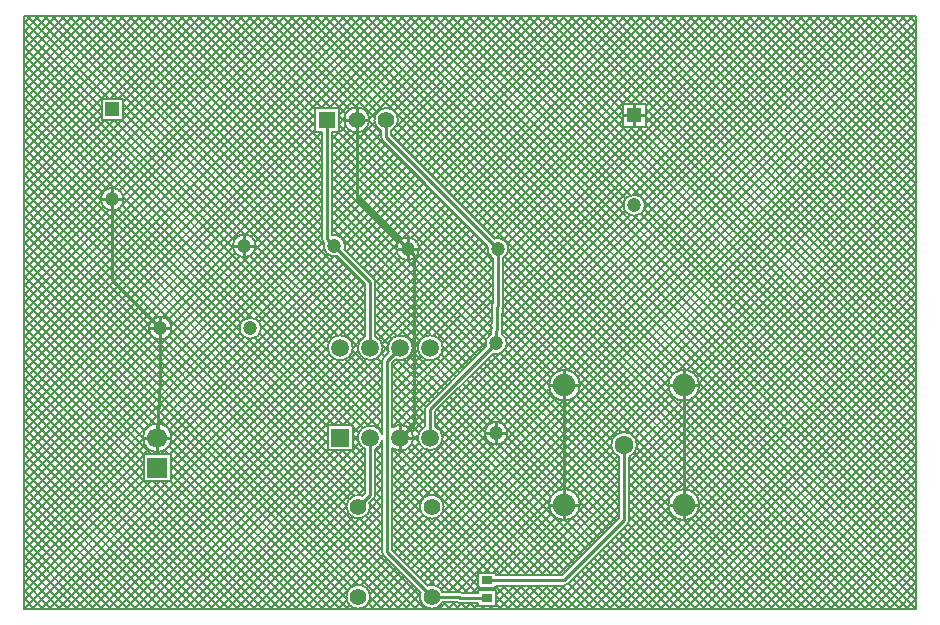
<source format=gtl>
G04*
G04 #@! TF.GenerationSoftware,Altium Limited,Altium Designer,20.1.14 (287)*
G04*
G04 Layer_Physical_Order=1*
G04 Layer_Color=255*
%FSLAX25Y25*%
%MOIN*%
G70*
G04*
G04 #@! TF.SameCoordinates,068E075E-6B28-4131-8978-D2EB394F3ECB*
G04*
G04*
G04 #@! TF.FilePolarity,Positive*
G04*
G01*
G75*
%ADD13C,0.01000*%
%ADD15R,0.03543X0.02756*%
%ADD27C,0.00800*%
%ADD28C,0.04724*%
%ADD29C,0.06299*%
%ADD30C,0.07480*%
%ADD31C,0.05512*%
%ADD32R,0.04724X0.04724*%
%ADD33R,0.05512X0.05512*%
%ADD34R,0.05906X0.05906*%
%ADD35C,0.05906*%
%ADD36R,0.06693X0.06693*%
%ADD37C,0.06693*%
D13*
X205000Y166000D02*
X208362D01*
X216760Y76000D02*
X221500D01*
X205000Y166000D02*
Y169362D01*
Y162638D02*
Y166000D01*
X221500Y76000D02*
Y80740D01*
Y76000D02*
X226240D01*
X221500Y71260D02*
Y76000D01*
X201638Y166000D02*
X205000D01*
X126138Y121500D02*
X129500D01*
X132862D01*
X129500D02*
Y124862D01*
Y118138D02*
Y121500D01*
X181736Y76000D02*
Y80740D01*
Y76000D02*
X186476D01*
X181736Y71260D02*
Y76000D01*
X176996D02*
X181736D01*
X159000Y60000D02*
Y63362D01*
Y60000D02*
X162362D01*
X159000Y56638D02*
Y60000D01*
X155638D02*
X159000D01*
X127000Y58500D02*
Y62453D01*
Y54547D02*
Y58500D01*
X130953D01*
X221500Y36236D02*
X226240D01*
X221500Y31496D02*
Y36236D01*
Y40976D01*
X216760Y36236D02*
X221500D01*
X181736D02*
Y40976D01*
Y36236D02*
X186476D01*
X176996D02*
X181736D01*
Y31496D02*
Y36236D01*
X112500Y164500D02*
X116256D01*
X112500D02*
Y168256D01*
X108744Y164500D02*
X112500D01*
Y160744D02*
Y164500D01*
X75000Y122500D02*
Y125862D01*
X71638Y122500D02*
X75000D01*
X78362D01*
X75000Y119138D02*
Y122500D01*
X47000Y91638D02*
Y95000D01*
X31000Y138000D02*
Y141362D01*
Y138000D02*
X34362D01*
X27638D02*
X31000D01*
Y134638D02*
Y138000D01*
X47000Y95000D02*
Y98362D01*
Y95000D02*
X50362D01*
X43638D02*
X47000D01*
X46000Y58500D02*
Y62846D01*
Y58500D02*
X50346D01*
X46000Y54154D02*
Y58500D01*
X41654D02*
X46000D01*
X112500Y138500D02*
X129500Y121500D01*
X102657Y124843D02*
X105000Y122500D01*
X102657Y124843D02*
Y164500D01*
X31000Y111000D02*
Y138000D01*
Y111000D02*
X47000Y95000D01*
X159000Y90000D02*
X159500Y106300D01*
X47000Y77800D02*
Y95000D01*
X46000Y58500D02*
X47000Y77800D01*
X159500Y106300D02*
Y121500D01*
X156000Y10953D02*
X181553D01*
X201618Y31018D02*
Y56118D01*
X122343Y158657D02*
X159500Y121500D01*
X122343Y158657D02*
Y164500D01*
X137000Y58500D02*
Y68000D01*
X181553Y10953D02*
X201618Y31018D01*
X122700Y20300D02*
X137500Y5500D01*
X122700Y84200D02*
X127000Y88500D01*
X105000Y122500D02*
X117000Y110500D01*
X137000Y68000D02*
X159000Y90000D01*
X117000Y88500D02*
Y110500D01*
X112500Y138500D02*
Y164500D01*
X122700Y20300D02*
Y84200D01*
X113000Y35500D02*
X117000Y39500D01*
X146953Y5047D02*
X156000D01*
X129500Y121500D02*
X131700Y119300D01*
Y63200D02*
Y119300D01*
X137500Y5500D02*
X146500D01*
X117000Y39500D02*
Y58500D01*
X146500Y5500D02*
X146953Y5047D01*
X181736Y36236D02*
Y76000D01*
X127000Y58500D02*
X131700Y63200D01*
X221500Y36236D02*
Y76000D01*
D15*
X156000Y5047D02*
D03*
Y10953D02*
D03*
D27*
X226640Y76000D02*
G03*
X226640Y76000I-5140J0D01*
G01*
X208562Y136000D02*
G03*
X208562Y136000I-3562J0D01*
G01*
X203318Y52115D02*
G03*
X205967Y56118I-1700J4004D01*
G01*
D02*
G03*
X199918Y52115I-4350J0D01*
G01*
X163062Y121500D02*
G03*
X158489Y124916I-3562J0D01*
G01*
X161200Y118370D02*
G03*
X163062Y121500I-1700J3130D01*
G01*
X156084Y122511D02*
G03*
X157800Y118370I3416J-1011D01*
G01*
X162562Y90000D02*
G03*
X160795Y93077I-3562J0D01*
G01*
X157989Y86584D02*
G03*
X162562Y90000I1011J3416D01*
G01*
X157397Y93181D02*
G03*
X155584Y88989I1603J-3181D01*
G01*
X133262Y121500D02*
G03*
X133262Y121500I-3762J0D01*
G01*
X141153Y88500D02*
G03*
X141153Y88500I-4153J0D01*
G01*
X186876Y76000D02*
G03*
X186876Y76000I-5140J0D01*
G01*
X162762Y60000D02*
G03*
X162762Y60000I-3762J0D01*
G01*
X141153Y58500D02*
G03*
X138700Y62289I-4153J0D01*
G01*
X135800Y69204D02*
G03*
X135300Y68000I1200J-1204D01*
G01*
X135798Y69202D02*
G03*
X135300Y68000I1202J-1202D01*
G01*
X125523Y84619D02*
G03*
X131153Y88500I1477J3881D01*
G01*
X135300Y62289D02*
G03*
X141153Y58500I1700J-3789D01*
G01*
X131353D02*
G03*
X124400Y61991I-4353J0D01*
G01*
X226640Y36236D02*
G03*
X226640Y36236I-5140J0D01*
G01*
X202820Y29816D02*
G03*
X203318Y31018I-1202J1202D01*
G01*
X202818Y29814D02*
G03*
X203318Y31018I-1200J1204D01*
G01*
X186876Y36236D02*
G03*
X186876Y36236I-5140J0D01*
G01*
X141456Y35500D02*
G03*
X141456Y35500I-3956J0D01*
G01*
X181553Y9253D02*
G03*
X182757Y9753I0J1700D01*
G01*
X181553Y9253D02*
G03*
X182755Y9751I0J1700D01*
G01*
X147655Y6747D02*
G03*
X146500Y7200I-1155J-1247D01*
G01*
X147655Y6747D02*
G03*
X146500Y7200I-1155J-1247D01*
G01*
X141072D02*
G03*
X136176Y9228I-3572J-1700D01*
G01*
X145798Y3800D02*
G03*
X146953Y3347I1155J1247D01*
G01*
X145798Y3800D02*
G03*
X146953Y3347I1155J1247D01*
G01*
X133772Y6824D02*
G03*
X141072Y3800I3728J-1324D01*
G01*
X126298Y164500D02*
G03*
X120643Y160928I-3956J0D01*
G01*
X124043D02*
G03*
X126298Y164500I-1700J3572D01*
G01*
X116656D02*
G03*
X116656Y164500I-4156J0D01*
G01*
X120643Y158657D02*
G03*
X121141Y157455I1700J0D01*
G01*
X120643Y158657D02*
G03*
X121142Y157453I1700J0D01*
G01*
X118700Y110500D02*
G03*
X118200Y111704I-1700J0D01*
G01*
X118700Y110500D02*
G03*
X118202Y111702I-1700J0D01*
G01*
X131153Y88500D02*
G03*
X123119Y87023I-4153J0D01*
G01*
X121153Y88500D02*
G03*
X118700Y92289I-4153J0D01*
G01*
X121500Y85404D02*
G03*
X121000Y84200I1200J-1204D01*
G01*
X121498Y85402D02*
G03*
X121000Y84200I1202J-1202D01*
G01*
X108416Y121489D02*
G03*
X108562Y122500I-3416J1011D01*
G01*
D02*
G03*
X104357Y126004I-3562J0D01*
G01*
X115300Y92289D02*
G03*
X121153Y88500I1700J-3789D01*
G01*
X111153D02*
G03*
X111153Y88500I-4153J0D01*
G01*
X100957Y124843D02*
G03*
X101455Y123641I1700J0D01*
G01*
X100957Y124843D02*
G03*
X101457Y123639I1700J0D01*
G01*
X101584Y123511D02*
G03*
X106011Y119084I3416J-1011D01*
G01*
X78762Y122500D02*
G03*
X78762Y122500I-3762J0D01*
G01*
X80562Y95000D02*
G03*
X80562Y95000I-3562J0D01*
G01*
X34762Y138000D02*
G03*
X34762Y138000I-3762J0D01*
G01*
X50762Y95000D02*
G03*
X50762Y95000I-3762J0D01*
G01*
X118700Y54711D02*
G03*
X121000Y57384I-1700J3789D01*
G01*
Y59616D02*
G03*
X115300Y54711I-4000J-1116D01*
G01*
X124400Y55009D02*
G03*
X131353Y58500I2600J3491D01*
G01*
X118202Y38298D02*
G03*
X118700Y39500I-1202J1202D01*
G01*
X118200Y38296D02*
G03*
X118700Y39500I-1200J1204D01*
G01*
X121000Y20300D02*
G03*
X121498Y19098I1700J0D01*
G01*
X121000Y20300D02*
G03*
X121500Y19096I1700J0D01*
G01*
X116956Y35500D02*
G03*
X116728Y36824I-3956J0D01*
G01*
X114324Y39228D02*
G03*
X116956Y35500I-1324J-3728D01*
G01*
Y5500D02*
G03*
X116956Y5500I-3956J0D01*
G01*
X50747Y58500D02*
G03*
X50747Y58500I-4747J0D01*
G01*
X271287Y199050D02*
X299050Y171287D01*
X274116Y199050D02*
X299050Y174116D01*
X268459Y199050D02*
X299050Y168459D01*
X262802Y199050D02*
X299050Y162802D01*
X259974Y199050D02*
X299050Y159974D01*
X257145Y199050D02*
X299050Y157145D01*
X254317Y199050D02*
X299050Y154317D01*
X251488Y199050D02*
X299050Y151488D01*
X248660Y199050D02*
X299050Y148660D01*
X296743Y199050D02*
X299050Y196743D01*
X293915Y199050D02*
X299050Y193915D01*
X291086Y199050D02*
X299050Y191086D01*
X288258Y199050D02*
X299050Y188258D01*
X285430Y199050D02*
X299050Y185430D01*
X282601Y199050D02*
X299050Y182601D01*
X279773Y199050D02*
X299050Y179773D01*
X276944Y199050D02*
X299050Y176944D01*
X243003Y199050D02*
X299050Y143003D01*
X245831Y199050D02*
X299050Y145832D01*
X240175Y199050D02*
X299050Y140175D01*
X217547Y199050D02*
X299050Y117547D01*
X209062Y199050D02*
X299050Y109062D01*
X237346Y199050D02*
X299050Y137346D01*
X234518Y199050D02*
X299050Y134518D01*
X231689Y199050D02*
X299050Y131689D01*
X228861Y199050D02*
X299050Y128861D01*
X208362Y134823D02*
X272589Y199050D01*
X220376D02*
X299050Y120376D01*
X206897Y139015D02*
X266932Y199050D01*
X208225Y137514D02*
X269761Y199050D01*
X226032D02*
X299050Y126032D01*
X223204Y199050D02*
X299050Y123204D01*
X214719Y199050D02*
X299050Y114719D01*
X211890Y199050D02*
X299050Y111890D01*
X204593Y139539D02*
X264104Y199050D01*
X161148Y104579D02*
X255619Y199050D01*
X161058Y101662D02*
X258447Y199050D01*
X151602Y131803D02*
X218849Y199050D01*
X160969Y98744D02*
X261276Y199050D01*
X206234D02*
X299050Y106234D01*
X203405Y199050D02*
X299050Y103405D01*
X200577Y199050D02*
X299050Y100577D01*
X197748Y199050D02*
X299050Y97748D01*
X144008Y199050D02*
X203730Y139328D01*
X144530Y138874D02*
X204707Y199050D01*
X143116Y140288D02*
X201878Y199050D01*
X141180D02*
X202126Y138104D01*
X177949Y199050D02*
X207237Y169762D01*
X150187Y133217D02*
X216021Y199050D01*
X146836D02*
X206831Y139056D01*
X148773Y134631D02*
X213192Y199050D01*
X180778D02*
X299050Y80778D01*
X160979Y199050D02*
X299050Y60979D01*
X152493Y199050D02*
X299050Y52493D01*
X149665Y199050D02*
X299050Y49665D01*
X192091Y199050D02*
X299050Y92091D01*
X189263Y199050D02*
X299050Y89263D01*
X186434Y199050D02*
X299050Y86435D01*
X183606Y199050D02*
X299050Y83606D01*
X159835Y63668D02*
X295217Y199050D01*
X141111Y59087D02*
X281075Y199050D01*
X138700Y62332D02*
X275418Y199050D01*
X140264Y61068D02*
X278246Y199050D01*
X194920D02*
X299050Y94920D01*
X179726Y80731D02*
X298045Y199050D01*
X158150D02*
X299050Y58150D01*
X155322Y199050D02*
X299050Y55322D01*
X265631Y199050D02*
X299050Y165630D01*
X208762Y163507D02*
X244305Y199050D01*
X219180Y80587D02*
X299050Y160457D01*
X208762Y166336D02*
X241476Y199050D01*
X208762Y168237D02*
X299050Y77949D01*
X225837Y78759D02*
X299050Y151972D01*
X226594Y76687D02*
X299050Y149143D01*
X222469Y81048D02*
X299050Y157629D01*
X224455Y80206D02*
X299050Y154800D01*
X208762Y169164D02*
X238648Y199050D01*
X208762Y162238D02*
Y169762D01*
X203703D02*
X232991Y199050D01*
X206532Y169762D02*
X235820Y199050D01*
X208762Y165409D02*
X299050Y75121D01*
X208762Y162580D02*
X299050Y72292D01*
X206276Y162238D02*
X299050Y69464D01*
X203448Y162238D02*
X299050Y66636D01*
X225469Y72734D02*
X299050Y146315D01*
X208056Y137831D02*
X299050Y46837D01*
X203318Y47754D02*
X299050Y143486D01*
X203318Y44926D02*
X299050Y140658D01*
X208328Y134730D02*
X299050Y44008D01*
X205967Y56060D02*
X220813Y70906D01*
X204005Y59755D02*
X217295Y73045D01*
X205380Y58301D02*
X218741Y71663D01*
X161200Y113117D02*
X247133Y199050D01*
X157258Y126146D02*
X230163Y199050D01*
X161200Y110288D02*
X249962Y199050D01*
X154430Y128974D02*
X224506Y199050D01*
X155844Y127560D02*
X227334Y199050D01*
X201238Y169762D02*
X208762D01*
X201238Y162238D02*
X208762D01*
X147359Y136045D02*
X210364Y199050D01*
X153016Y130388D02*
X221677Y199050D01*
X175121D02*
X204409Y169762D01*
X172292Y199050D02*
X201580Y169762D01*
X145945Y137459D02*
X207535Y199050D01*
X162916Y120489D02*
X204664Y162238D01*
X162688Y123090D02*
X201836Y162238D01*
X161200Y115945D02*
X207493Y162238D01*
X182843Y81020D02*
X299050Y197227D01*
X184788Y80136D02*
X299050Y194398D01*
X161200Y107460D02*
X252790Y199050D01*
X163807D02*
X299050Y63807D01*
X203318Y50583D02*
X224766Y72031D01*
X203318Y42097D02*
X299050Y137829D01*
X186137Y78656D02*
X299050Y191570D01*
X186848Y76539D02*
X299050Y188741D01*
X162224Y91514D02*
X203486Y132775D01*
X162362Y88823D02*
X206177Y132638D01*
X160897Y93015D02*
X201985Y134103D01*
X125884Y166262D02*
X216365Y75782D01*
X201881Y60460D02*
X216452Y75031D01*
X186756Y77106D02*
X204404Y59458D01*
X166636Y199050D02*
X201238Y164448D01*
X169464Y199050D02*
X201238Y167276D01*
X141702Y141702D02*
X199050Y199050D01*
X140288Y143116D02*
X196222Y199050D01*
X138351D02*
X201438Y135963D01*
X201238Y162238D02*
Y169762D01*
X161327Y124558D02*
X201238Y164468D01*
X141702Y141702D02*
X199050Y199050D01*
X158963Y125021D02*
X201238Y167297D01*
X138874Y144530D02*
X193393Y199050D01*
X136045Y147359D02*
X187736Y199050D01*
X137459Y145945D02*
X190565Y199050D01*
X161200Y106300D02*
Y118370D01*
X157800Y106326D02*
Y118370D01*
X161092Y102770D02*
X182843Y81020D01*
X161008Y100026D02*
X180146Y80888D01*
X160880Y95826D02*
X201461Y136407D01*
X160924Y97281D02*
X178344Y79862D01*
X160840Y94537D02*
X177119Y78258D01*
X162562Y89986D02*
X176596Y75952D01*
X157397Y93181D02*
X157800Y106326D01*
X140883Y89972D02*
X157800Y106888D01*
X137825Y92570D02*
X157800Y112545D01*
X139721Y91637D02*
X157800Y109717D01*
X160795Y93077D02*
X161199Y106246D01*
X140946Y87206D02*
X157728Y103988D01*
X135800Y69204D02*
X155584Y88989D01*
X127560Y155844D02*
X170766Y199050D01*
X126146Y157258D02*
X167937Y199050D01*
X128974Y154430D02*
X173594Y199050D01*
X125790Y162559D02*
X162280Y199050D01*
X124732Y158673D02*
X165109Y199050D01*
X133217Y150187D02*
X182079Y199050D01*
X134631Y148773D02*
X184908Y199050D01*
X130388Y153016D02*
X176423Y199050D01*
X131803Y151602D02*
X179251Y199050D01*
X130717Y125060D02*
X142126Y136469D01*
X127539Y124711D02*
X140712Y137884D01*
X125002Y167429D02*
X156624Y199050D01*
X126110Y165708D02*
X159452Y199050D01*
X132392Y123907D02*
X143541Y135055D01*
X133238Y121924D02*
X144955Y133641D01*
X133201Y122176D02*
X157540Y97837D01*
X132819Y119729D02*
X157455Y95093D01*
X131442Y118278D02*
X156867Y92853D01*
X130434Y90836D02*
X157800Y118202D01*
X131147Y88721D02*
X157800Y115374D01*
X124400Y67831D02*
X157639Y101070D01*
X124400Y65003D02*
X157549Y98152D01*
X124400Y62174D02*
X157460Y95234D01*
X126572Y92631D02*
X155979Y122037D01*
X129136Y117755D02*
X155658Y91234D01*
X128941Y92171D02*
X156442Y119673D01*
X127827Y62773D02*
X155461Y90407D01*
X161658Y62663D02*
X177006Y78010D01*
X138700Y67296D02*
X157989Y86584D01*
X138700Y65161D02*
X160177Y86638D01*
X147834Y76430D02*
X161246Y63018D01*
X141144Y88778D02*
X148258Y81663D01*
X140623Y86470D02*
X146844Y80248D01*
X139253Y85011D02*
X145430Y78834D01*
X137088Y84348D02*
X144016Y77420D01*
X146420Y75016D02*
X157853Y63583D01*
X145006Y73602D02*
X156151Y62457D01*
X135300Y62289D02*
Y68000D01*
X138700Y62289D02*
Y67296D01*
X161853Y87867D02*
X199918Y49802D01*
X160233Y86658D02*
X199918Y46974D01*
X157734Y86330D02*
X199918Y44146D01*
X156319Y84915D02*
X199918Y41317D01*
X186624Y74410D02*
X200671Y60363D01*
X185598Y72608D02*
X198786Y59420D01*
X183994Y71382D02*
X197598Y57779D01*
X181688Y70860D02*
X197371Y55177D01*
X162666Y60843D02*
X176717Y74893D01*
X143592Y72187D02*
X155272Y60507D01*
X131045Y87562D02*
X142602Y76006D01*
X130073Y85706D02*
X141187Y74592D01*
X128371Y84580D02*
X139773Y73177D01*
X125513Y84609D02*
X138359Y71763D01*
X124400Y70660D02*
X138294Y84554D01*
X124400Y82894D02*
X136945Y70349D01*
X124400Y80065D02*
X135561Y68905D01*
X124400Y79145D02*
X132930Y87675D01*
X124400Y83496D02*
X125523Y84619D01*
X124400Y76317D02*
X133863Y85779D01*
X124400Y74408D02*
X135300Y63508D01*
X124400Y65923D02*
X127499Y62824D01*
X124400Y73488D02*
X135528Y84617D01*
X124400Y77237D02*
X135300Y66337D01*
X129753Y61871D02*
X135300Y67418D01*
X130978Y60267D02*
X135300Y64589D01*
X124400Y71580D02*
X134313Y61667D01*
X124400Y68752D02*
X133134Y60017D01*
X124400Y48032D02*
X133198Y56830D01*
X124400Y45204D02*
X134432Y55236D01*
X124400Y42375D02*
X136413Y54389D01*
X131287Y57748D02*
X132948Y59409D01*
X124400Y61991D02*
Y83496D01*
X131324Y58999D02*
X133025Y57298D01*
X124400Y50861D02*
X127752Y54213D01*
X207104Y133126D02*
X299050Y41180D01*
X222329Y41309D02*
X299050Y118031D01*
X218803Y40612D02*
X299050Y120859D01*
X203318Y39269D02*
X299050Y135001D01*
X204963Y132438D02*
X299050Y38351D01*
X226561Y76899D02*
X299050Y4410D01*
X226346Y74286D02*
X299050Y1582D01*
X224357Y40509D02*
X299050Y115202D01*
X225772Y39095D02*
X299050Y112374D01*
X226572Y37068D02*
X299050Y109545D01*
X227724Y1450D02*
X299050Y72776D01*
X203318Y33612D02*
X299050Y129344D01*
X225881Y33548D02*
X299050Y106717D01*
X205863Y55171D02*
X219910Y41124D01*
X241867Y1450D02*
X299050Y58634D01*
X204958Y58905D02*
X222606Y41256D01*
X204919Y53286D02*
X218108Y40098D01*
X230553Y1450D02*
X299050Y69947D01*
X216411Y1450D02*
X299050Y84089D01*
Y1450D02*
Y199050D01*
X210754Y1450D02*
X299050Y89746D01*
X213582Y1450D02*
X299050Y86918D01*
X239038Y1450D02*
X299050Y61462D01*
X244695Y1450D02*
X299050Y55805D01*
X233381Y1450D02*
X299050Y67119D01*
X236210Y1450D02*
X299050Y64290D01*
X219239Y1450D02*
X299050Y81261D01*
X222067Y1450D02*
X299050Y78433D01*
X205097Y1450D02*
X299050Y95403D01*
X207925Y1450D02*
X299050Y92575D01*
X224896Y1450D02*
X299050Y75604D01*
X225283Y72520D02*
X296354Y1450D01*
X221282Y70864D02*
X290697Y1450D01*
X223646Y71329D02*
X293525Y1450D01*
X132694Y199050D02*
X299050Y32694D01*
X135523Y199050D02*
X299050Y35523D01*
X133513Y11891D02*
X299050Y177427D01*
X129866Y199050D02*
X299050Y29866D01*
X127038Y199050D02*
X299050Y27038D01*
X203318Y36440D02*
X299050Y132173D01*
X203299Y30765D02*
X299050Y126516D01*
X134927Y10477D02*
X299050Y174599D01*
X136641Y9362D02*
X299050Y171771D01*
X130685Y14719D02*
X299050Y183084D01*
X132099Y13305D02*
X299050Y180256D01*
X124400Y39547D02*
X283903Y199050D01*
X129271Y16134D02*
X299050Y185913D01*
X179416Y40823D02*
X216913Y78320D01*
X154905Y83501D02*
X199918Y38489D01*
X153491Y82087D02*
X199918Y35660D01*
X152077Y80673D02*
X199918Y32832D01*
X140726Y7790D02*
X299050Y166114D01*
X142965Y7200D02*
X299050Y163285D01*
X139186Y9078D02*
X299050Y168942D01*
X126089Y163229D02*
X287868Y1450D01*
X199440D02*
X299050Y101060D01*
X202269Y1450D02*
X299050Y98232D01*
X176813Y1450D02*
X299050Y123687D01*
X196612Y1450D02*
X299050Y103888D01*
X161934Y118899D02*
X279383Y1450D01*
X162969Y120692D02*
X282211Y1450D01*
X124958Y161532D02*
X285040Y1450D01*
X161200Y116805D02*
X276554Y1450D01*
X161200Y113976D02*
X273726Y1450D01*
X161200Y111148D02*
X270898Y1450D01*
X161177Y105514D02*
X265241Y1450D01*
X161200Y108319D02*
X268069Y1450D01*
X272979D02*
X299050Y27521D01*
X270151Y1450D02*
X299050Y30349D01*
X275808Y1450D02*
X299050Y24692D01*
X261666Y1450D02*
X299050Y38834D01*
X267322Y1450D02*
X299050Y33178D01*
X289950Y1450D02*
X299050Y10550D01*
X298435Y1450D02*
X299050Y2065D01*
X278636Y1450D02*
X299050Y21864D01*
X281465Y1450D02*
X299050Y19035D01*
X292778Y1450D02*
X299050Y7722D01*
X295607Y1450D02*
X299050Y4893D01*
X264494Y1450D02*
X299050Y36006D01*
X253180Y1450D02*
X299050Y47320D01*
X256009Y1450D02*
X299050Y44491D01*
X247523Y1450D02*
X299050Y52977D01*
X250352Y1450D02*
X299050Y50148D01*
X284293Y1450D02*
X299050Y16207D01*
X287121Y1450D02*
X299050Y13379D01*
X226520Y37343D02*
X262412Y1450D01*
X258837D02*
X299050Y41663D01*
X203318Y37917D02*
X239785Y1450D01*
X203318Y35089D02*
X236956Y1450D01*
X203318Y43574D02*
X245442Y1450D01*
X203318Y40745D02*
X242613Y1450D01*
X225362Y32844D02*
X256755Y1450D01*
X226388Y34646D02*
X259584Y1450D01*
X221452Y31096D02*
X251099Y1450D01*
X223758Y31619D02*
X253927Y1450D01*
X203318Y52059D02*
X216882Y38495D01*
X203318Y49231D02*
X216360Y36189D01*
X203318Y31018D02*
Y52115D01*
Y32260D02*
X234128Y1450D01*
X200048Y27044D02*
X225643Y1450D01*
X197220Y24216D02*
X219986Y1450D01*
X198634Y25630D02*
X222814Y1450D01*
X186830Y36923D02*
X199918Y50011D01*
Y31722D02*
Y52115D01*
X185705Y32970D02*
X199918Y47183D01*
X171045Y12653D02*
X199918Y41526D01*
X180849Y12653D02*
X199918Y31722D01*
X182757Y9753D02*
X202818Y29814D01*
X173873Y12653D02*
X199918Y38697D01*
X179530Y12653D02*
X199918Y33040D01*
X193783Y1450D02*
X224188Y31855D01*
X203318Y46402D02*
X248270Y1450D01*
X185298D02*
X217227Y33379D01*
X188126Y1450D02*
X218641Y31965D01*
X201463Y28458D02*
X228471Y1450D01*
X202875Y29874D02*
X231300Y1450D01*
X190955D02*
X220669Y31164D01*
X195806Y22802D02*
X217157Y1450D01*
X192977Y19973D02*
X211501Y1450D01*
X194392Y21387D02*
X214329Y1450D01*
X179641D02*
X217124Y38933D01*
X182469Y1450D02*
X216427Y35408D01*
X190149Y17145D02*
X205844Y1450D01*
X191563Y18559D02*
X208672Y1450D01*
X187320Y14316D02*
X200187Y1450D01*
X188735Y15731D02*
X203015Y1450D01*
X184692Y40442D02*
X197982Y53732D01*
X182706Y41284D02*
X197276Y55855D01*
X186073Y38995D02*
X199435Y52356D01*
X150663Y79259D02*
X199058Y30863D01*
X149249Y77844D02*
X197644Y29449D01*
X186703Y37562D02*
X196230Y28034D01*
X186663Y34772D02*
X194816Y26620D01*
X185675Y32933D02*
X193402Y25206D01*
X162018Y62246D02*
X183062Y41203D01*
X162583Y58853D02*
X180272Y41164D01*
X161457Y57151D02*
X178433Y40174D01*
X159507Y56272D02*
X177174Y38605D01*
X184105Y31674D02*
X191987Y23792D01*
X176702Y12653D02*
X199918Y35869D01*
X165388Y12653D02*
X185002Y32267D01*
X168217Y12653D02*
X199918Y44354D01*
X181853Y31097D02*
X190573Y22377D01*
X185906Y12902D02*
X197358Y1450D01*
X158972Y12653D02*
X180849D01*
X162560D02*
X181049Y31142D01*
X157781Y13531D02*
X177531Y33281D01*
X159731Y12653D02*
X178977Y31899D01*
X154952Y13531D02*
X176688Y35267D01*
X145793Y7200D02*
X177149Y38556D01*
X158972Y12653D02*
Y13531D01*
X153028Y8375D02*
Y13531D01*
X158972D01*
X148169Y6747D02*
X153028Y11607D01*
X141289Y36637D02*
X177600Y72948D01*
X142177Y70773D02*
X176597Y36353D01*
X140802Y33322D02*
X179080Y71600D01*
X140763Y69359D02*
X189159Y20963D01*
X139349Y67945D02*
X187745Y19549D01*
X140208Y38384D02*
X158157Y56334D01*
X138700Y65765D02*
X186331Y18135D01*
X138357Y39362D02*
X156337Y57342D01*
X124400Y28233D02*
X155332Y59165D01*
X124400Y43296D02*
X133959Y33737D01*
X124400Y46124D02*
X133754Y36770D01*
X124400Y21004D02*
Y55009D01*
X125028Y20376D02*
X136363Y31711D01*
X126442Y18962D02*
X139678Y32198D01*
X124400Y25405D02*
X133638Y34643D01*
X124400Y22577D02*
X134616Y32792D01*
X138700Y62937D02*
X184916Y16721D01*
X141080Y57728D02*
X183502Y15306D01*
X127857Y17548D02*
X181197Y70888D01*
X130909Y56586D02*
X174842Y12653D01*
X140167Y55813D02*
X182088Y13892D01*
X138517Y54634D02*
X180499Y12653D01*
X129633Y55034D02*
X172013Y12653D01*
X135798Y54525D02*
X177670Y12653D01*
X127643Y54195D02*
X169185Y12653D01*
X141392Y34789D02*
X163528Y12653D01*
X124400Y54609D02*
X166357Y12653D01*
X124400Y34810D02*
X152463Y6747D01*
X138770Y31754D02*
X156993Y13531D01*
X140468Y32885D02*
X160700Y12653D01*
X135737Y31959D02*
X154165Y13531D01*
X124400Y23497D02*
X138595Y9301D01*
X183078Y10074D02*
X191702Y1450D01*
X158972Y9253D02*
X181553D01*
X173984Y1450D02*
X181806Y9272D01*
X171156Y1450D02*
X178959Y9253D01*
X172585D02*
X180388Y1450D01*
X168327D02*
X176130Y9253D01*
X169757D02*
X177559Y1450D01*
X158972Y8375D02*
Y9253D01*
Y3408D02*
X164816Y9253D01*
X158282Y8375D02*
X158972Y9065D01*
Y6236D02*
X161988Y9253D01*
X157532Y7625D02*
X158282Y8375D01*
X158972Y2469D02*
Y7625D01*
X154703D02*
X155453Y8375D01*
X156492D02*
X157242Y7625D01*
X181070Y9253D02*
X188873Y1450D01*
X184492Y11488D02*
X194530Y1450D01*
X175414Y9253D02*
X183216Y1450D01*
X178242Y9253D02*
X186045Y1450D01*
X165499D02*
X173302Y9253D01*
X166928D02*
X174731Y1450D01*
X162671D02*
X170473Y9253D01*
X164100D02*
X171903Y1450D01*
X159842D02*
X167645Y9253D01*
X161271D02*
X169074Y1450D01*
X158972Y8724D02*
X166246Y1450D01*
X158972Y5896D02*
X163417Y1450D01*
X157014D02*
X158033Y2469D01*
X158972Y3067D02*
X160589Y1450D01*
X154185D02*
X155204Y2469D01*
X156741D02*
X157760Y1450D01*
X153664Y8375D02*
X154414Y7625D01*
X153028Y9010D02*
X153664Y8375D01*
X153028Y6747D02*
Y7625D01*
Y8375D02*
X158972D01*
X150997Y6747D02*
X153028Y8778D01*
Y7625D02*
X158972D01*
X153028Y2469D02*
Y3347D01*
X146953D02*
X153028D01*
Y2469D02*
X158972D01*
X141072Y7200D02*
X146500D01*
X147655Y6747D02*
X153028D01*
X141072Y3800D02*
X145798D01*
X145700Y1450D02*
X147597Y3347D01*
X147378D02*
X149275Y1450D01*
X142871D02*
X145221Y3800D01*
X144097D02*
X146447Y1450D01*
X151357D02*
X153028Y3122D01*
X153913Y2469D02*
X154932Y1450D01*
X148528D02*
X150426Y3347D01*
X150206D02*
X152103Y1450D01*
X131558D02*
X133922Y3814D01*
X125901Y1450D02*
X132523Y8072D01*
X128729Y1450D02*
X133639Y6359D01*
X140043Y1450D02*
X142393Y3800D01*
X141268D02*
X143618Y1450D01*
X134386D02*
X135210Y2274D01*
X139891Y2349D02*
X140790Y1450D01*
X123123Y168378D02*
X153795Y199050D01*
X115932Y166844D02*
X148138Y199050D01*
X116649Y164733D02*
X150967Y199050D01*
X112064Y168633D02*
X142481Y199050D01*
X114437Y168177D02*
X145310Y199050D01*
X106230Y168456D02*
X136825Y199050D01*
X106613Y166010D02*
X139653Y199050D01*
X106613Y165734D02*
X108378Y163970D01*
X124043Y160812D02*
X124283Y161053D01*
X116644Y164189D02*
X120643Y160190D01*
X114382Y160794D02*
X157800Y117376D01*
X115898Y162107D02*
X155977Y122027D01*
X106613Y162906D02*
X157800Y111719D01*
X106147Y160544D02*
X157800Y108891D01*
X104410Y199050D02*
X222399Y81061D01*
X124043Y159619D02*
X158692Y124969D01*
X124043Y159362D02*
X158489Y124916D01*
X121142Y157453D02*
X156084Y122511D01*
X111969Y160378D02*
X157800Y114548D01*
X124043Y159362D02*
Y160928D01*
X120643Y158657D02*
Y160928D01*
X104357Y155269D02*
X110156Y161068D01*
X104357Y143955D02*
X120643Y160241D01*
X104357Y138299D02*
X122327Y156269D01*
X104357Y132642D02*
X125156Y153440D01*
X103402Y168456D02*
X133996Y199050D01*
X100574Y168456D02*
X131168Y199050D01*
X93097D02*
X124105Y168042D01*
X1450Y199050D02*
X299050D01*
X87440D02*
X119375Y167115D01*
X104357Y141127D02*
X120935Y157704D01*
X104357Y135470D02*
X123742Y154854D01*
X90268Y199050D02*
X121072Y168246D01*
X104357Y146784D02*
X119414Y161840D01*
X81783Y199050D02*
X112189Y168644D01*
X84611Y199050D02*
X118451Y165210D01*
X76126Y199050D02*
X108794Y166382D01*
X22386Y199050D02*
X115300Y106136D01*
X104357Y158098D02*
X108823Y162563D01*
X104357Y152441D02*
X112267Y160351D01*
X78954Y199050D02*
X110107Y167898D01*
X104357Y149612D02*
X118465Y163719D01*
X101582Y199050D02*
X219786Y80846D01*
X98753Y199050D02*
X218020Y79783D01*
X11072Y199050D02*
X115300Y94822D01*
X1450Y80646D02*
X119854Y199050D01*
X104357Y156676D02*
X157708Y103326D01*
X104357Y153848D02*
X157624Y100582D01*
X104357Y159505D02*
X157792Y106070D01*
X1450Y83474D02*
X117025Y199050D01*
X19557D02*
X115300Y103307D01*
X16729Y199050D02*
X115300Y100479D01*
X13901Y199050D02*
X115300Y97651D01*
X8244Y199050D02*
X115101Y92193D01*
X34562Y169903D02*
X113592Y90873D01*
X1450Y86303D02*
X114197Y199050D01*
X1450Y91960D02*
X108540Y199050D01*
X1450Y89131D02*
X111369Y199050D01*
X118700Y98901D02*
X149197Y129398D01*
X118700Y101729D02*
X147783Y130813D01*
X118700Y96073D02*
X150612Y127984D01*
X114952Y114952D02*
X139298Y139298D01*
X118700Y104558D02*
X146369Y132227D01*
X118700Y107386D02*
X129076Y117762D01*
X118700Y108393D02*
X134970Y92123D01*
X118700Y110215D02*
X127094Y118608D01*
X118700Y93244D02*
X152026Y126570D01*
X116366Y113538D02*
X126289Y123461D01*
X117780Y112124D02*
X125940Y120283D01*
X118700Y99907D02*
X126062Y92545D01*
X118700Y92289D02*
Y110500D01*
X115300Y92289D02*
Y109796D01*
X118700Y97079D02*
X124206Y91573D01*
X119827Y91542D02*
X153440Y125156D01*
X120936Y89824D02*
X154854Y123742D01*
X118700Y105564D02*
X133511Y90753D01*
X118700Y102736D02*
X132848Y88588D01*
X124400Y81974D02*
X126779Y84353D01*
X121123Y88999D02*
X123109Y87013D01*
X121500Y85404D02*
X123119Y87023D01*
X120826Y86884D02*
X122869Y88928D01*
X120693Y86601D02*
X121695Y85599D01*
X118700Y94251D02*
X123080Y89871D01*
X119373Y85092D02*
X121000Y83465D01*
X117280Y84357D02*
X121000Y80637D01*
X108557Y122699D02*
X132227Y146369D01*
X107770Y124740D02*
X130813Y147783D01*
X109295Y120609D02*
X133641Y144955D01*
X106092Y125891D02*
X129398Y149197D01*
X104357Y151020D02*
X130176Y125201D01*
X113538Y116366D02*
X137884Y140712D01*
X114952Y114952D02*
X139298Y139298D01*
X110709Y119195D02*
X135055Y143541D01*
X112124Y117780D02*
X136469Y142126D01*
X104357Y148191D02*
X127729Y124819D01*
X104357Y145363D02*
X126278Y123442D01*
X104357Y129813D02*
X126570Y152026D01*
X104357Y126985D02*
X127984Y150612D01*
X108416Y121489D02*
X118200Y111704D01*
X104357Y142534D02*
X125755Y121136D01*
X104357Y134049D02*
X152501Y85905D01*
X104357Y131221D02*
X151087Y84491D01*
X104357Y139706D02*
X155330Y88734D01*
X104357Y136878D02*
X153915Y87319D01*
X114095Y91467D02*
X115300Y92673D01*
X108420Y121502D02*
X137278Y92643D01*
X104357Y128392D02*
X149673Y83077D01*
X106011Y119084D02*
X115300Y109796D01*
X106790Y92647D02*
X115300Y101158D01*
X105313Y118951D02*
X115300Y108964D01*
X78741Y122896D02*
X112857Y88780D01*
X110513Y90714D02*
X115300Y95501D01*
X111153Y88525D02*
X114033Y91405D01*
X109070Y92100D02*
X115300Y98329D01*
X64812Y199050D02*
X98702Y165161D01*
X67641Y199050D02*
X98702Y167989D01*
X61984Y199050D02*
X98702Y162332D01*
X34562Y167498D02*
X66114Y199050D01*
X34562Y164670D02*
X68942Y199050D01*
X70469D02*
X101063Y168456D01*
X73298Y199050D02*
X103892Y168456D01*
X59155Y199050D02*
X100957Y157248D01*
X56327Y199050D02*
X100957Y154420D01*
X32969Y171562D02*
X60457Y199050D01*
X34562Y170327D02*
X63285Y199050D01*
X5415D02*
X32903Y171562D01*
X30141D02*
X57629Y199050D01*
X27438Y164438D02*
Y171562D01*
X34562Y164438D02*
Y171562D01*
X2587Y199050D02*
X30075Y171562D01*
X27438D02*
X34562D01*
X53499Y199050D02*
X100957Y151591D01*
X50670Y199050D02*
X100957Y148763D01*
X39356Y199050D02*
X100957Y137449D01*
X33700Y199050D02*
X100957Y131792D01*
X47842Y199050D02*
X100957Y145934D01*
X45013Y199050D02*
X100957Y143106D01*
X42185Y199050D02*
X100957Y140278D01*
X25214Y199050D02*
X101452Y122813D01*
X33409Y140890D02*
X91570Y199050D01*
X34561Y139213D02*
X94398Y199050D01*
X1450Y154185D02*
X46315Y199050D01*
X31429Y141738D02*
X88741Y199050D01*
X34203Y136027D02*
X97227Y199050D01*
X36528D02*
X100957Y134621D01*
X30871Y199050D02*
X100957Y128964D01*
X28043Y199050D02*
X100957Y126135D01*
X1450Y162671D02*
X37830Y199050D01*
X1450Y171156D02*
X29344Y199050D01*
X1450Y159842D02*
X40658Y199050D01*
X1450Y168327D02*
X32173Y199050D01*
X1450Y165499D02*
X35001Y199050D01*
X1450Y194530D02*
X27438Y168542D01*
X1450Y191702D02*
X27438Y165714D01*
X1450Y173984D02*
X26516Y199050D01*
X1450Y197358D02*
X27438Y171371D01*
X1450Y190955D02*
X9545Y199050D01*
X1450Y188126D02*
X12374Y199050D01*
X1450Y196612D02*
X3888Y199050D01*
X1450Y193783D02*
X6717Y199050D01*
X1450Y179641D02*
X20859Y199050D01*
X1450Y176813D02*
X23687Y199050D01*
X1450Y185298D02*
X15202Y199050D01*
X1450Y182469D02*
X18031Y199050D01*
X1450Y114587D02*
X85913Y199050D01*
X1450Y94788D02*
X105712Y199050D01*
X1450Y100445D02*
X100055Y199050D01*
X1450Y97617D02*
X102883Y199050D01*
X1450Y174731D02*
X77685Y98496D01*
X1450Y188873D02*
X103025Y87298D01*
X1450Y120244D02*
X80256Y199050D01*
X1450Y117416D02*
X83084Y199050D01*
X1450Y125901D02*
X74599Y199050D01*
X1450Y123073D02*
X77428Y199050D01*
X1450Y145700D02*
X54800Y199050D01*
X1450Y128729D02*
X71771Y199050D01*
X1450Y148528D02*
X51972Y199050D01*
X1450Y171903D02*
X31646Y141706D01*
X1450Y157014D02*
X43486Y199050D01*
X1450Y151357D02*
X49143Y199050D01*
X106613Y163182D02*
X108367Y164936D01*
X106613Y160544D02*
Y168456D01*
X104357Y126004D02*
Y160544D01*
X98702Y168456D02*
X106613D01*
X104357Y160544D02*
X106613D01*
X98702D02*
X100957D01*
X100490D02*
X100957Y160076D01*
X98702Y160544D02*
Y168456D01*
X100957Y124843D02*
Y160544D01*
X75336Y126247D02*
X100957Y151869D01*
X77353Y125436D02*
X100957Y149041D01*
X78534Y123789D02*
X100957Y146212D01*
X78453Y98252D02*
X101609Y121408D01*
X75682Y98309D02*
X101255Y123882D01*
X78233Y120576D02*
X106228Y92580D01*
X79980Y96951D02*
X102760Y119730D01*
X80549Y94691D02*
X104801Y118943D01*
X76789Y119191D02*
X104313Y91667D01*
X74359Y118793D02*
X103134Y90017D01*
X78338Y120764D02*
X100957Y143384D01*
X47771Y98682D02*
X71253Y122164D01*
X50651Y95906D02*
X73711Y118966D01*
X49618Y97702D02*
X72064Y120147D01*
X34562Y167075D02*
X75396Y126241D01*
X34330Y164438D02*
X34562Y164670D01*
X34371Y164438D02*
X73076Y125733D01*
X27438Y164438D02*
X34562D01*
X1450Y134386D02*
X31502Y164438D01*
X1450Y131558D02*
X34330Y164438D01*
X1450Y140043D02*
X27438Y166031D01*
X1450Y166246D02*
X27769Y139927D01*
X1450Y142871D02*
X27438Y168859D01*
X1450Y169074D02*
X29213Y141311D01*
X1450Y163417D02*
X27258Y137609D01*
X1450Y137215D02*
X28673Y164438D01*
X34706Y138646D02*
X75250Y98103D01*
X34311Y136213D02*
X73854Y96670D01*
X31542Y164438D02*
X71691Y124289D01*
X28714Y164438D02*
X71293Y121859D01*
X32927Y134769D02*
X73539Y94157D01*
X1450Y111759D02*
X27262Y137571D01*
X1450Y137961D02*
X43382Y96030D01*
X1450Y143618D02*
X46361Y98707D01*
X1450Y140790D02*
X44462Y97777D01*
X1450Y106102D02*
X29787Y134439D01*
X1450Y108930D02*
X28110Y135591D01*
X1450Y103273D02*
X32973Y134797D01*
X110167Y85813D02*
X121000Y74980D01*
X111080Y87728D02*
X121000Y77808D01*
X108517Y84634D02*
X121000Y72152D01*
X105798Y84525D02*
X121000Y69323D01*
X107908Y62653D02*
X121000Y75745D01*
X124400Y63095D02*
X125086Y62409D01*
X118807Y62239D02*
X121000Y64431D01*
X110736Y62653D02*
X121000Y72917D01*
X116340Y62600D02*
X121000Y67260D01*
X120351Y60953D02*
X121000Y61603D01*
Y59616D02*
Y84200D01*
X111153Y60241D02*
X121000Y70088D01*
X111153Y62200D02*
X113193Y60159D01*
X120257Y55924D02*
X121000Y55181D01*
X111153Y59371D02*
X112952Y57572D01*
X111153Y57413D02*
X112900Y59160D01*
X124400Y31062D02*
X292388Y199050D01*
X112895D02*
X299050Y12895D01*
X110067Y199050D02*
X299050Y10067D01*
X107238Y199050D02*
X299050Y7238D01*
X124209Y199050D02*
X299050Y24209D01*
X121381Y199050D02*
X299050Y21381D01*
X118552Y199050D02*
X299050Y18552D01*
X115724Y199050D02*
X299050Y15724D01*
X124400Y36719D02*
X286731Y199050D01*
X124400Y33890D02*
X289560Y199050D01*
X118700Y53646D02*
X121000Y55946D01*
Y20300D02*
Y57384D01*
X111153Y54584D02*
X113261Y56693D01*
X111153Y56543D02*
X115300Y52396D01*
X95925Y199050D02*
X216829Y78146D01*
X1450Y77818D02*
X122682Y199050D01*
X1450Y74989D02*
X125511Y199050D01*
X1450Y72161D02*
X128339Y199050D01*
X1450Y186045D02*
X121000Y66495D01*
X105079Y62653D02*
X121000Y78574D01*
X49777Y92462D02*
X121000Y21240D01*
X1450Y183216D02*
X121000Y63666D01*
X1450Y180388D02*
X121000Y60838D01*
X50546Y50546D02*
X112548Y112548D01*
X1450Y152103D02*
X114325Y39229D01*
X1450Y177559D02*
X116400Y62609D01*
X1450Y154932D02*
X115300Y41082D01*
X80496Y95685D02*
X114424Y61757D01*
X50546Y44890D02*
X115300Y109643D01*
X50546Y50546D02*
X112548Y112548D01*
X50546Y47718D02*
X113962Y111134D01*
X1450Y129476D02*
X129476Y1450D01*
X1450Y126648D02*
X126648Y1450D01*
X1450Y135133D02*
X135133Y1450D01*
X1450Y132305D02*
X132305Y1450D01*
X48030Y91382D02*
X133560Y5852D01*
X41048Y1450D02*
X121000Y81402D01*
X1450Y123819D02*
X123819Y1450D01*
X38220D02*
X121000Y84231D01*
X12764Y1450D02*
X115300Y103986D01*
X26906Y1450D02*
X112967Y87511D01*
X1450Y120991D02*
X112985Y9456D01*
X9935Y1450D02*
X115300Y106815D01*
X35391Y1450D02*
X118615Y84674D01*
X60847Y1450D02*
X114547Y55150D01*
X29734Y1450D02*
X113958Y85673D01*
X32563Y1450D02*
X115676Y84564D01*
X124400Y53689D02*
X125233Y54522D01*
X118700Y54653D02*
X121000Y52353D01*
X124400Y51781D02*
X136789Y39392D01*
X118700Y50818D02*
X121000Y53118D01*
X118700Y51824D02*
X121000Y49524D01*
X118700Y47989D02*
X121000Y50289D01*
X124400Y48953D02*
X134885Y38468D01*
X118700Y48996D02*
X121000Y46696D01*
X118700Y45161D02*
X121000Y47461D01*
X118700Y42332D02*
X121000Y44632D01*
X118700Y43339D02*
X121000Y41039D01*
X118700Y46167D02*
X121000Y43867D01*
X118700Y39500D02*
Y54711D01*
Y39504D02*
X121000Y41804D01*
X118700Y40510D02*
X121000Y38210D01*
X124400Y29154D02*
X146353Y7200D01*
X124400Y31982D02*
X149635Y6747D01*
X124400Y40467D02*
X153028Y11839D01*
X124400Y37639D02*
X153028Y9010D01*
X124400Y21004D02*
X136176Y9228D01*
X124400Y26325D02*
X143525Y7200D01*
X121500Y19096D02*
X133772Y6824D01*
X123073Y1450D02*
X131109Y9487D01*
X118143Y38239D02*
X121000Y35382D01*
X116908Y34883D02*
X121000Y38976D01*
X117416Y1450D02*
X128281Y12315D01*
X120244Y1450D02*
X129695Y10901D01*
X116823Y6515D02*
X125452Y15144D01*
X116956Y5485D02*
X120991Y1450D01*
X116728Y36824D02*
X118200Y38296D01*
X116729Y36825D02*
X121000Y32554D01*
X116679Y34046D02*
X121000Y29725D01*
X115479Y32417D02*
X121000Y26897D01*
X113984Y9332D02*
X122624Y17972D01*
X115787Y8307D02*
X124038Y16558D01*
X113493Y31575D02*
X121000Y24068D01*
X100445Y1450D02*
X121000Y22005D01*
X110520Y54347D02*
X115300Y49567D01*
Y40204D02*
Y54711D01*
X107692Y54347D02*
X115300Y46739D01*
X104863Y54347D02*
X115300Y43910D01*
X112995Y39456D02*
X115300Y41761D01*
X114324Y39228D02*
X115300Y40204D01*
X91960Y1450D02*
X121000Y30490D01*
X94788Y1450D02*
X121000Y27662D01*
X86303Y1450D02*
X121000Y36147D01*
X89131Y1450D02*
X121000Y33319D01*
X103273Y1450D02*
X121245Y19421D01*
X114587Y1450D02*
X126866Y13729D01*
X1450Y1450D02*
X299050D01*
X97617D02*
X121000Y24833D01*
X69332Y1450D02*
X115300Y47418D01*
X72161Y1450D02*
X115300Y44589D01*
X63675Y1450D02*
X115300Y53075D01*
X66504Y1450D02*
X115300Y50246D01*
X114804Y1980D02*
X115334Y1450D01*
X116298Y3315D02*
X118162Y1450D01*
X83474D02*
X113617Y31593D01*
X111759Y1450D02*
X111985Y1677D01*
X80103Y93250D02*
X110700Y62653D01*
X78670Y91854D02*
X107871Y62653D01*
X50697Y59182D02*
X108305Y116791D01*
X30609Y134258D02*
X102847Y62020D01*
X49897Y61210D02*
X106891Y118205D01*
X110700Y62653D02*
X111153Y62200D01*
Y54347D02*
Y62653D01*
X76157Y91539D02*
X105043Y62653D01*
X102847D02*
X111153D01*
X46268Y63239D02*
X75049Y92020D01*
X1450Y60847D02*
X100957Y160354D01*
X1450Y63675D02*
X98702Y160927D01*
X1450Y160589D02*
X102847Y59192D01*
X48433Y62575D02*
X77309Y91451D01*
X102847Y54347D02*
Y62653D01*
X47390Y53047D02*
X109720Y115376D01*
X50218Y53047D02*
X111134Y113962D01*
X1450Y118162D02*
X110815Y8798D01*
X1450Y115334D02*
X109480Y7304D01*
X50708Y94361D02*
X109075Y35993D01*
X49847Y61280D02*
X109677Y1450D01*
X21249D02*
X104786Y84987D01*
X24077Y1450D02*
X106975Y84347D01*
X1450Y32563D02*
X100957Y132070D01*
X1450Y29734D02*
X100957Y129242D01*
X1450Y35391D02*
X100957Y134899D01*
X1450Y1450D02*
Y199050D01*
X15592Y1450D02*
X102853Y88710D01*
X18421Y1450D02*
X103400Y86430D01*
X1450Y43876D02*
X76736Y119162D01*
X1450Y26906D02*
X100957Y126413D01*
X1450Y157760D02*
X102847Y56363D01*
X1450Y58019D02*
X100957Y157526D01*
X1450Y55190D02*
X100957Y154698D01*
X1450Y69332D02*
X98702Y166584D01*
X1450Y66504D02*
X98702Y163755D01*
X1450Y49533D02*
X44298Y92382D01*
X1450Y46705D02*
X46094Y91349D01*
X1450Y106849D02*
X45132Y63166D01*
X1450Y109677D02*
X48780Y62347D01*
X1450Y98363D02*
X41254Y58560D01*
X1450Y95535D02*
X43938Y53047D01*
X1450Y104020D02*
X43164Y62306D01*
X1450Y101192D02*
X41846Y60796D01*
X1450Y89878D02*
X41453Y49874D01*
X1450Y87050D02*
X41453Y47046D01*
X1450Y92707D02*
X41453Y52703D01*
X1450Y52362D02*
X43318Y94229D01*
X1450Y41048D02*
X100957Y140555D01*
X1450Y38220D02*
X100957Y137727D01*
X1450Y149275D02*
X111546Y39179D01*
X1450Y146447D02*
X109917Y37979D01*
X1450Y78564D02*
X78564Y1450D01*
X1450Y75736D02*
X75736Y1450D01*
X1450Y112505D02*
X109096Y4859D01*
X1450Y81393D02*
X81393Y1450D01*
X1450Y84221D02*
X41453Y44218D01*
X1450Y72908D02*
X72908Y1450D01*
X1450Y24077D02*
X73691Y96318D01*
X1450Y21249D02*
X73748Y93547D01*
X1450Y64422D02*
X64422Y1450D01*
X1450Y61594D02*
X61594Y1450D01*
X1450Y70079D02*
X70079Y1450D01*
X1450Y67251D02*
X67251Y1450D01*
X102847Y54347D02*
X111153D01*
X110916D02*
X111153Y54584D01*
X58019Y1450D02*
X110916Y54347D01*
X50666Y57632D02*
X106849Y1450D01*
X52362D02*
X105259Y54347D01*
X55190Y1450D02*
X108087Y54347D01*
X41453Y53047D02*
X50546D01*
Y43953D02*
Y53047D01*
X48296Y54346D02*
X49595Y53047D01*
X41733D02*
X43290Y54603D01*
X44561Y53047D02*
X45318Y53803D01*
X46060Y53754D02*
X46767Y53047D01*
X41453Y52767D02*
X41733Y53047D01*
X41453Y43953D02*
Y53047D01*
X49806Y55664D02*
X104020Y1450D01*
X74989D02*
X109044Y35505D01*
X46705Y1450D02*
X102847Y57592D01*
X49533Y1450D02*
X102847Y54764D01*
X106102Y1450D02*
X109168Y4516D01*
X108930Y1450D02*
X110193Y2713D01*
X77818Y1450D02*
X109695Y33327D01*
X80646Y1450D02*
X111182Y31986D01*
X50546Y49267D02*
X98363Y1450D01*
X50546Y46439D02*
X95535Y1450D01*
X43876D02*
X102847Y60421D01*
X50546Y52095D02*
X101192Y1450D01*
X47374Y43953D02*
X89878Y1450D01*
X50203Y43953D02*
X92707Y1450D01*
X41718Y43953D02*
X84221Y1450D01*
X44546Y43953D02*
X87050Y1450D01*
X1450Y4278D02*
X41453Y44282D01*
X1450Y7107D02*
X41453Y47110D01*
X1450Y55937D02*
X55937Y1450D01*
X1450Y15592D02*
X41925Y56067D01*
X1450Y58765D02*
X58765Y1450D01*
X41453Y44218D02*
X41718Y43953D01*
X41453D02*
X50546D01*
X4278Y1450D02*
X46782Y43953D01*
X7107Y1450D02*
X49610Y43953D01*
X1450Y9935D02*
X41453Y49939D01*
X1450Y33310D02*
X33310Y1450D01*
X1450Y18421D02*
X41261Y58232D01*
X1450Y12764D02*
X41453Y52767D01*
X1450Y21996D02*
X21996Y1450D01*
X1450Y19167D02*
X19167Y1450D01*
X1450Y30481D02*
X30481Y1450D01*
X1450Y24824D02*
X24824Y1450D01*
X1450Y47452D02*
X47452Y1450D01*
X1450Y44623D02*
X44623Y1450D01*
X1450Y53109D02*
X53109Y1450D01*
X1450Y50280D02*
X50280Y1450D01*
X1450Y41795D02*
X41795Y1450D01*
X1450Y38966D02*
X38966Y1450D01*
X1450D02*
X43953Y43953D01*
X1450Y1450D02*
X43953Y43953D01*
X1450Y16339D02*
X16339Y1450D01*
X1450Y13510D02*
X13510Y1450D01*
X1450Y36138D02*
X36138Y1450D01*
X1450Y27653D02*
X27653Y1450D01*
X1450Y5025D02*
X5025Y1450D01*
X1450Y2197D02*
X2197Y1450D01*
X1450Y10682D02*
X10682Y1450D01*
X1450Y7854D02*
X7854Y1450D01*
D28*
X77000Y95000D02*
D03*
X47000D02*
D03*
X105000Y122500D02*
D03*
X75000D02*
D03*
X159500Y121500D02*
D03*
X129500D02*
D03*
X159000Y90000D02*
D03*
Y60000D02*
D03*
X205000Y136000D02*
D03*
X31000Y138000D02*
D03*
D29*
X201618Y56118D02*
D03*
D30*
X221500Y36236D02*
D03*
X181736Y76000D02*
D03*
Y36236D02*
D03*
X221500Y76000D02*
D03*
D31*
X137500Y5500D02*
D03*
Y35500D02*
D03*
X113000D02*
D03*
Y5500D02*
D03*
X122343Y164500D02*
D03*
X112500D02*
D03*
D32*
X205000Y166000D02*
D03*
X31000Y168000D02*
D03*
D33*
X102657Y164500D02*
D03*
D34*
X107000Y58500D02*
D03*
D35*
X117000D02*
D03*
X127000D02*
D03*
X137000D02*
D03*
X107000Y88500D02*
D03*
X117000D02*
D03*
X127000D02*
D03*
X137000D02*
D03*
D36*
X46000Y48500D02*
D03*
D37*
Y58500D02*
D03*
M02*

</source>
